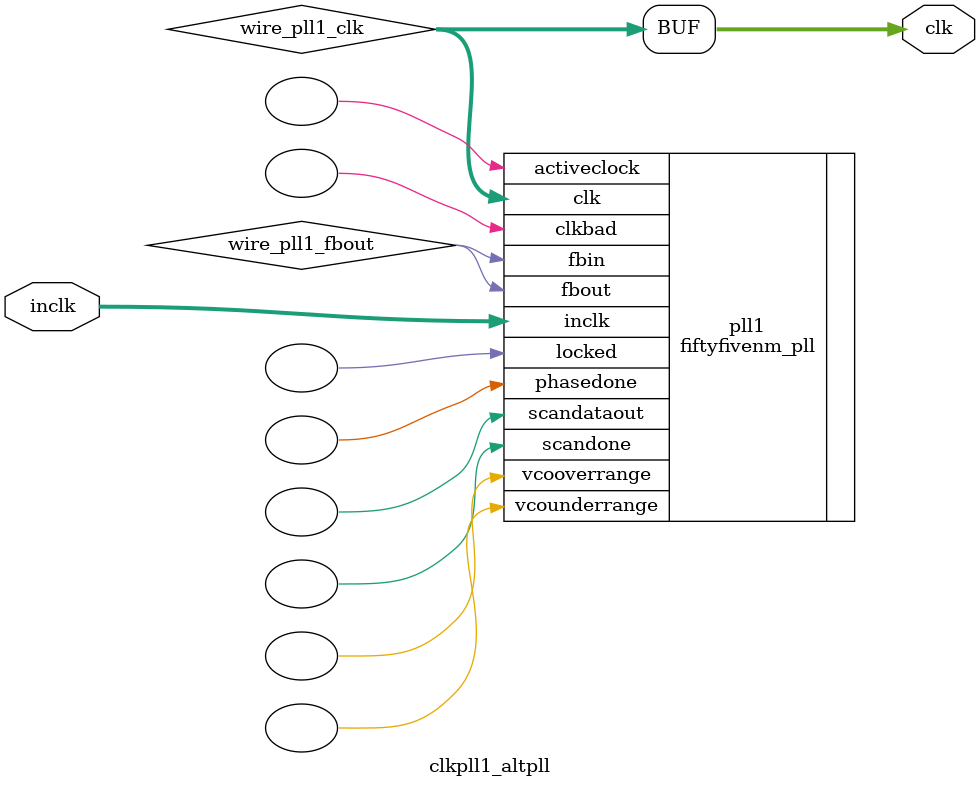
<source format=v>






//synthesis_resources = fiftyfivenm_pll 1 
//synopsys translate_off
`timescale 1 ps / 1 ps
//synopsys translate_on
module  clkpll1_altpll
	( 
	clk,
	inclk) /* synthesis synthesis_clearbox=1 */;
	output   [4:0]  clk;
	input   [1:0]  inclk;
`ifndef ALTERA_RESERVED_QIS
// synopsys translate_off
`endif
	tri0   [1:0]  inclk;
`ifndef ALTERA_RESERVED_QIS
// synopsys translate_on
`endif

	wire  [4:0]   wire_pll1_clk;
	wire  wire_pll1_fbout;

	fiftyfivenm_pll   pll1
	( 
	.activeclock(),
	.clk(wire_pll1_clk),
	.clkbad(),
	.fbin(wire_pll1_fbout),
	.fbout(wire_pll1_fbout),
	.inclk(inclk),
	.locked(),
	.phasedone(),
	.scandataout(),
	.scandone(),
	.vcooverrange(),
	.vcounderrange()
	`ifndef FORMAL_VERIFICATION
	// synopsys translate_off
	`endif
	,
	.areset(1'b0),
	.clkswitch(1'b0),
	.configupdate(1'b0),
	.pfdena(1'b1),
	.phasecounterselect({3{1'b0}}),
	.phasestep(1'b0),
	.phaseupdown(1'b0),
	.scanclk(1'b0),
	.scanclkena(1'b1),
	.scandata(1'b0)
	`ifndef FORMAL_VERIFICATION
	// synopsys translate_on
	`endif
	);
	defparam
		pll1.bandwidth_type = "auto",
		pll1.clk0_divide_by = 1,
		pll1.clk0_duty_cycle = 50,
		pll1.clk0_multiply_by = 2,
		pll1.clk0_phase_shift = "0",
		pll1.clk1_divide_by = 6,
		pll1.clk1_duty_cycle = 50,
		pll1.clk1_multiply_by = 13,
		pll1.clk1_phase_shift = "0",
		pll1.clk2_divide_by = 2,
		pll1.clk2_duty_cycle = 50,
		pll1.clk2_multiply_by = 1,
		pll1.clk2_phase_shift = "0",
		pll1.compensate_clock = "clk0",
		pll1.inclk0_input_frequency = 20000,
		pll1.operation_mode = "normal",
		pll1.pll_type = "auto",
		pll1.lpm_type = "fiftyfivenm_pll";
	assign
		clk = {wire_pll1_clk[4:0]};
endmodule //clkpll1_altpll
//VALID FILE

</source>
